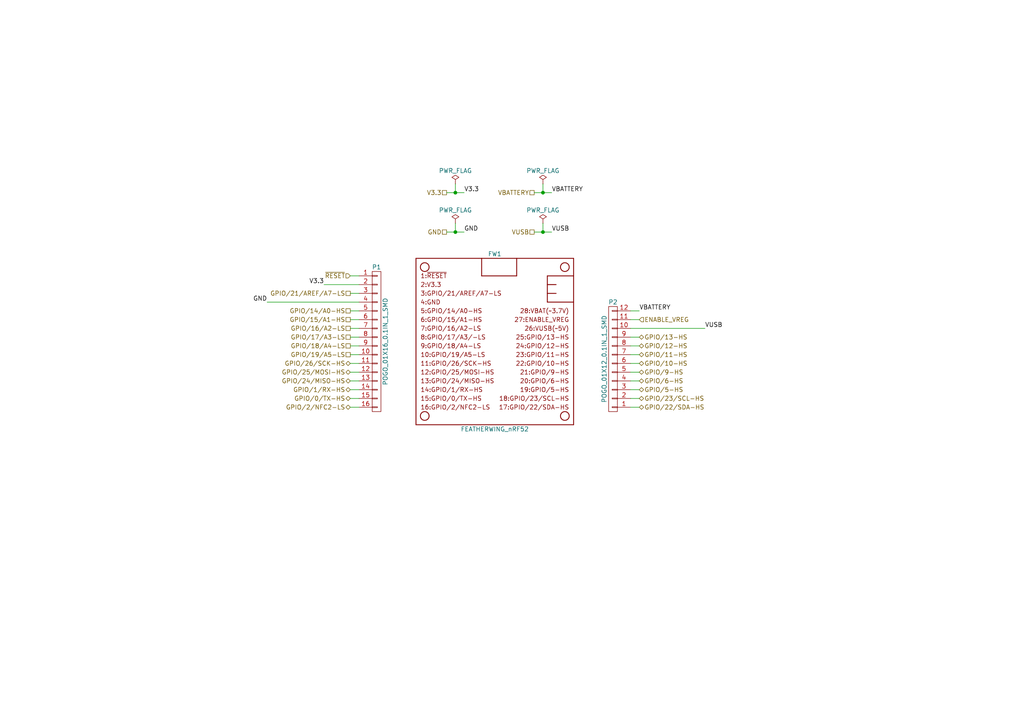
<source format=kicad_sch>
(kicad_sch (version 20211123) (generator eeschema)
  (paper "A4")
  (title_block (title "biym-board-featherwing") (date "2022-11-20") (rev "1.1") (company "Peter Polidoro"))
  (lib_symbols
    (symbol "Janelia:FEATHERWING_nRF52"
      (property "Reference" "FW" (at 20.32 25.4 0))
      (property "Value" "FEATHERWING_nRF52" (at 0 -25.4 0))
      (symbol "FEATHERWING_nRF52_0_0"
        (text "10:GPIO/19/A5-LS" (at -21.59 -3.81 0) (effects (font (size 1.27 1.27)) (justify left)))
        (text "11:GPIO/26/SCK-HS" (at -21.59 -6.35 0) (effects (font (size 1.27 1.27)) (justify left)))
        (text "12:GPIO/25/MOSI-HS" (at -21.59 -8.89 0) (effects (font (size 1.27 1.27)) (justify left)))
        (text "13:GPIO/24/MISO-HS" (at -21.59 -11.43 0) (effects (font (size 1.27 1.27)) (justify left)))
        (text "14:GPIO/1/RX-HS" (at -21.59 -13.97 0) (effects (font (size 1.27 1.27)) (justify left)))
        (text "15:GPIO/0/TX-HS" (at -21.59 -16.51 0) (effects (font (size 1.27 1.27)) (justify left)))
        (text "16:GPIO/2/NFC2-LS" (at -21.59 -19.05 0) (effects (font (size 1.27 1.27)) (justify left)))
        (text "17:GPIO/22/SDA-HS" (at 21.59 -19.05 0) (effects (font (size 1.27 1.27)) (justify right)))
        (text "18:GPIO/23/SCL-HS" (at 21.59 -16.51 0) (effects (font (size 1.27 1.27)) (justify right)))
        (text "19:GPIO/5-HS" (at 21.59 -13.97 0) (effects (font (size 1.27 1.27)) (justify right)))
        (text "1:~{RESET}" (at -21.59 19.05 0) (effects (font (size 1.27 1.27)) (justify left)))
        (text "20:GPIO/6-HS" (at 21.59 -11.43 0) (effects (font (size 1.27 1.27)) (justify right)))
        (text "21:GPIO/9-HS" (at 21.59 -8.89 0) (effects (font (size 1.27 1.27)) (justify right)))
        (text "22:GPIO/10-HS" (at 21.59 -6.35 0) (effects (font (size 1.27 1.27)) (justify right)))
        (text "23:GPIO/11-HS" (at 21.59 -3.81 0) (effects (font (size 1.27 1.27)) (justify right)))
        (text "24:GPIO/12-HS" (at 21.59 -1.27 0) (effects (font (size 1.27 1.27)) (justify right)))
        (text "25:GPIO/13-HS" (at 21.59 1.27 0) (effects (font (size 1.27 1.27)) (justify right)))
        (text "26:VUSB(~5V)" (at 21.59 3.81 0) (effects (font (size 1.27 1.27)) (justify right)))
        (text "27:ENABLE_VREG" (at 21.59 6.35 0) (effects (font (size 1.27 1.27)) (justify right)))
        (text "28:VBAT(~3.7V)" (at 21.59 8.89 0) (effects (font (size 1.27 1.27)) (justify right)))
        (text "2:V3.3" (at -21.59 16.51 0) (effects (font (size 1.27 1.27)) (justify left)))
        (text "3:GPIO/21/AREF/A7-LS" (at -21.59 13.97 0) (effects (font (size 1.27 1.27)) (justify left)))
        (text "4:GND" (at -21.59 11.43 0) (effects (font (size 1.27 1.27)) (justify left)))
        (text "5:GPIO/14/A0-HS" (at -21.59 8.89 0) (effects (font (size 1.27 1.27)) (justify left)))
        (text "6:GPIO/15/A1-HS" (at -21.59 6.35 0) (effects (font (size 1.27 1.27)) (justify left)))
        (text "7:GPIO/16/A2-LS" (at -21.59 3.81 0) (effects (font (size 1.27 1.27)) (justify left)))
        (text "8:GPIO/17/A3/-LS" (at -21.59 1.27 0) (effects (font (size 1.27 1.27)) (justify left)))
        (text "9:GPIO/18/A4-LS" (at -21.59 -1.27 0) (effects (font (size 1.27 1.27)) (justify left)))
      )
      (symbol "FEATHERWING_nRF52_1_0"
        (circle (center -20.32 -21.59) (radius 1.27) (stroke (width 0.254)))
        (circle (center -20.32 21.59) (radius 1.27) (stroke (width 0.254)))
        (polyline (pts (xy -22.86 -24.13) (xy 22.86 -24.13)) (stroke (width 0.254)))
        (polyline (pts (xy -22.86 24.13) (xy -22.86 -24.13)) (stroke (width 0.254)))
        (polyline (pts (xy -3.81 19.05) (xy -3.81 24.13)) (stroke (width 0.254)))
        (polyline (pts (xy -3.81 24.13) (xy -22.86 24.13)) (stroke (width 0.254)))
        (polyline (pts (xy 6.35 19.05) (xy -3.81 19.05)) (stroke (width 0.254)))
        (polyline (pts (xy 6.35 24.13) (xy -3.81 24.13)) (stroke (width 0.254)))
        (polyline (pts (xy 6.35 24.13) (xy 6.35 19.05)) (stroke (width 0.254)))
        (polyline (pts (xy 15.24 11.43) (xy 22.86 11.43)) (stroke (width 0.254)))
        (polyline (pts (xy 15.24 13.97) (xy 15.24 11.43)) (stroke (width 0.254)))
        (polyline (pts (xy 15.24 16.51) (xy 15.24 13.97)) (stroke (width 0.254)))
        (polyline (pts (xy 15.24 19.05) (xy 15.24 16.51)) (stroke (width 0.254)))
        (polyline (pts (xy 17.78 13.97) (xy 15.24 13.97)) (stroke (width 0.254)))
        (polyline (pts (xy 17.78 16.51) (xy 15.24 16.51)) (stroke (width 0.254)))
        (polyline (pts (xy 22.86 -24.13) (xy 22.86 11.43)) (stroke (width 0.254)))
        (polyline (pts (xy 22.86 11.43) (xy 22.86 19.05)) (stroke (width 0.254)))
        (polyline (pts (xy 22.86 19.05) (xy 15.24 19.05)) (stroke (width 0.254)))
        (polyline (pts (xy 22.86 19.05) (xy 22.86 24.13)) (stroke (width 0.254)))
        (polyline (pts (xy 22.86 24.13) (xy 6.35 24.13)) (stroke (width 0.254)))
        (circle (center 20.32 -21.59) (radius 1.27) (stroke (width 0.254)))
        (circle (center 20.32 21.59) (radius 1.27) (stroke (width 0.254)))
      )
    )
    (symbol "Janelia:POGO_01X12_0.1IN_1_SMD" (pin_names (offset 1.016) hide)
      (property "Reference" "P" (at 0 16.51 0))
      (property "Value" "POGO_01X12_0.1IN_1_SMD" (at 2.54 0 90))
      (symbol "POGO_01X12_0.1IN_1_SMD_0_1"
        (rectangle (start -1.27 -13.843) (end 0.254 -14.097))
        (rectangle (start -1.27 -11.303) (end 0.254 -11.557))
        (rectangle (start -1.27 -8.763) (end 0.254 -9.017))
        (rectangle (start -1.27 -6.223) (end 0.254 -6.477))
        (rectangle (start -1.27 -3.683) (end 0.254 -3.937))
        (rectangle (start -1.27 -1.143) (end 0.254 -1.397))
        (rectangle (start -1.27 1.397) (end 0.254 1.143))
        (rectangle (start -1.27 3.937) (end 0.254 3.683))
        (rectangle (start -1.27 6.477) (end 0.254 6.223))
        (rectangle (start -1.27 9.017) (end 0.254 8.763))
        (rectangle (start -1.27 11.557) (end 0.254 11.303))
        (rectangle (start -1.27 14.097) (end 0.254 13.843))
        (rectangle (start -1.27 15.24) (end 1.27 -15.24))
      )
      (symbol "POGO_01X12_0.1IN_1_SMD_1_1"
        (pin passive line (at -5.08 13.97 0) (length 3.81) (name "P1") (number "1"))
        (pin passive line (at -5.08 -8.89 0) (length 3.81) (name "P10") (number "10"))
        (pin passive line (at -5.08 -11.43 0) (length 3.81) (name "P11") (number "11"))
        (pin passive line (at -5.08 -13.97 0) (length 3.81) (name "P12") (number "12"))
        (pin passive line (at -5.08 11.43 0) (length 3.81) (name "P2") (number "2"))
        (pin passive line (at -5.08 8.89 0) (length 3.81) (name "P3") (number "3"))
        (pin passive line (at -5.08 6.35 0) (length 3.81) (name "P4") (number "4"))
        (pin passive line (at -5.08 3.81 0) (length 3.81) (name "P5") (number "5"))
        (pin passive line (at -5.08 1.27 0) (length 3.81) (name "P6") (number "6"))
        (pin passive line (at -5.08 -1.27 0) (length 3.81) (name "P7") (number "7"))
        (pin passive line (at -5.08 -3.81 0) (length 3.81) (name "P8") (number "8"))
        (pin passive line (at -5.08 -6.35 0) (length 3.81) (name "P9") (number "9"))
      )
    )
    (symbol "Janelia:POGO_01X16_0.1IN_1_SMD" (pin_names (offset 1.016) hide)
      (property "Reference" "P" (at 0 21.59 0))
      (property "Value" "POGO_01X16_0.1IN_1_SMD" (at 2.54 0 90))
      (symbol "POGO_01X16_0.1IN_1_SMD_0_1"
        (rectangle (start -1.27 -18.923) (end 0.254 -19.177))
        (rectangle (start -1.27 -16.383) (end 0.254 -16.637))
        (rectangle (start -1.27 -13.843) (end 0.254 -14.097))
        (rectangle (start -1.27 -11.303) (end 0.254 -11.557))
        (rectangle (start -1.27 -8.763) (end 0.254 -9.017))
        (rectangle (start -1.27 -6.223) (end 0.254 -6.477))
        (rectangle (start -1.27 -3.683) (end 0.254 -3.937))
        (rectangle (start -1.27 -1.143) (end 0.254 -1.397))
        (rectangle (start -1.27 1.397) (end 0.254 1.143))
        (rectangle (start -1.27 3.937) (end 0.254 3.683))
        (rectangle (start -1.27 6.477) (end 0.254 6.223))
        (rectangle (start -1.27 9.017) (end 0.254 8.763))
        (rectangle (start -1.27 11.557) (end 0.254 11.303))
        (rectangle (start -1.27 14.097) (end 0.254 13.843))
        (rectangle (start -1.27 16.637) (end 0.254 16.383))
        (rectangle (start -1.27 19.177) (end 0.254 18.923))
        (rectangle (start -1.27 20.32) (end 1.27 -20.32))
      )
      (symbol "POGO_01X16_0.1IN_1_SMD_1_1"
        (pin passive line (at -5.08 19.05 0) (length 3.81) (name "P1") (number "1"))
        (pin passive line (at -5.08 -3.81 0) (length 3.81) (name "P10") (number "10"))
        (pin passive line (at -5.08 -6.35 0) (length 3.81) (name "P11") (number "11"))
        (pin passive line (at -5.08 -8.89 0) (length 3.81) (name "P12") (number "12"))
        (pin passive line (at -5.08 -11.43 0) (length 3.81) (name "P13") (number "13"))
        (pin passive line (at -5.08 -13.97 0) (length 3.81) (name "P14") (number "14"))
        (pin passive line (at -5.08 -16.51 0) (length 3.81) (name "P15") (number "15"))
        (pin passive line (at -5.08 -19.05 0) (length 3.81) (name "P16") (number "16"))
        (pin passive line (at -5.08 16.51 0) (length 3.81) (name "P2") (number "2"))
        (pin passive line (at -5.08 13.97 0) (length 3.81) (name "P3") (number "3"))
        (pin passive line (at -5.08 11.43 0) (length 3.81) (name "P4") (number "4"))
        (pin passive line (at -5.08 8.89 0) (length 3.81) (name "P5") (number "5"))
        (pin passive line (at -5.08 6.35 0) (length 3.81) (name "P6") (number "6"))
        (pin passive line (at -5.08 3.81 0) (length 3.81) (name "P7") (number "7"))
        (pin passive line (at -5.08 1.27 0) (length 3.81) (name "P8") (number "8"))
        (pin passive line (at -5.08 -1.27 0) (length 3.81) (name "P9") (number "9"))
      )
    )
    (symbol "power:PWR_FLAG" (power) (pin_numbers hide) (pin_names (offset 0) hide)
      (property "Value" "PWR_FLAG" (at 0 3.81 0))
      (symbol "PWR_FLAG_0_0"
        (pin power_out line (at 0 0 90) (length 0) (name "pwr") (number "1"))
      )
      (symbol "PWR_FLAG_0_1"
        (polyline (pts (xy 0 0) (xy 0 1.27) (xy -1.016 1.905) (xy 0 2.54) (xy 1.016 1.905) (xy 0 1.27)))
      )
    )
  )
  (junction (at 132.08 67.31))
  (junction (at 157.48 67.31))
  (junction (at 132.08 55.88))
  (junction (at 157.48 55.88))
  (wire (pts (xy 157.48 64.77) (xy 157.48 67.31)))
  (wire (pts (xy 129.54 67.31) (xy 132.08 67.31)))
  (wire (pts (xy 101.6 80.01) (xy 104.14 80.01)))
  (wire (pts (xy 132.08 67.31) (xy 134.62 67.31)))
  (wire (pts (xy 132.08 64.77) (xy 132.08 67.31)))
  (wire (pts (xy 101.6 107.95) (xy 104.14 107.95)))
  (wire (pts (xy 182.88 115.57) (xy 185.42 115.57)))
  (wire (pts (xy 101.6 97.79) (xy 104.14 97.79)))
  (wire (pts (xy 101.6 113.03) (xy 104.14 113.03)))
  (wire (pts (xy 77.47 87.63) (xy 104.14 87.63)))
  (wire (pts (xy 182.88 102.87) (xy 185.42 102.87)))
  (wire (pts (xy 154.94 67.31) (xy 157.48 67.31)))
  (wire (pts (xy 157.48 67.31) (xy 160.02 67.31)))
  (wire (pts (xy 132.08 55.88) (xy 134.62 55.88)))
  (wire (pts (xy 182.88 110.49) (xy 185.42 110.49)))
  (wire (pts (xy 101.6 102.87) (xy 104.14 102.87)))
  (wire (pts (xy 101.6 105.41) (xy 104.14 105.41)))
  (wire (pts (xy 101.6 100.33) (xy 104.14 100.33)))
  (wire (pts (xy 182.88 100.33) (xy 185.42 100.33)))
  (wire (pts (xy 182.88 113.03) (xy 185.42 113.03)))
  (wire (pts (xy 101.6 110.49) (xy 104.14 110.49)))
  (wire (pts (xy 129.54 55.88) (xy 132.08 55.88)))
  (wire (pts (xy 101.6 85.09) (xy 104.14 85.09)))
  (wire (pts (xy 101.6 115.57) (xy 104.14 115.57)))
  (wire (pts (xy 182.88 97.79) (xy 185.42 97.79)))
  (wire (pts (xy 132.08 53.34) (xy 132.08 55.88)))
  (wire (pts (xy 101.6 90.17) (xy 104.14 90.17)))
  (wire (pts (xy 182.88 92.71) (xy 185.42 92.71)))
  (wire (pts (xy 157.48 55.88) (xy 160.02 55.88)))
  (wire (pts (xy 101.6 92.71) (xy 104.14 92.71)))
  (wire (pts (xy 157.48 53.34) (xy 157.48 55.88)))
  (wire (pts (xy 182.88 90.17) (xy 185.42 90.17)))
  (wire (pts (xy 182.88 105.41) (xy 185.42 105.41)))
  (wire (pts (xy 182.88 107.95) (xy 185.42 107.95)))
  (wire (pts (xy 182.88 95.25) (xy 204.47 95.25)))
  (wire (pts (xy 182.88 118.11) (xy 185.42 118.11)))
  (wire (pts (xy 101.6 95.25) (xy 104.14 95.25)))
  (wire (pts (xy 154.94 55.88) (xy 157.48 55.88)))
  (wire (pts (xy 93.98 82.55) (xy 104.14 82.55)))
  (wire (pts (xy 101.6 118.11) (xy 104.14 118.11)))
  (label "GND" (at 134.62 67.31 0))
  (label "GND" (at 77.47 87.63 180))
  (label "VUSB" (at 160.02 67.31 0))
  (label "VBATTERY" (at 185.42 90.17 0))
  (label "VUSB" (at 204.47 95.25 0))
  (label "V3.3" (at 134.62 55.88 0))
  (label "VBATTERY" (at 160.02 55.88 0))
  (label "V3.3" (at 93.98 82.55 180))
  (hierarchical_label "GPIO{slash}19{slash}A5-LS" (shape passive) (at 101.6 102.87 180))
  (hierarchical_label "GPIO{slash}22{slash}SDA-HS" (shape bidirectional) (at 185.42 118.11 0))
  (hierarchical_label "GPIO{slash}21{slash}AREF{slash}A7-LS" (shape passive) (at 101.6 85.09 180))
  (hierarchical_label "GPIO{slash}9-HS" (shape bidirectional) (at 185.42 107.95 0))
  (hierarchical_label "GPIO{slash}5-HS" (shape bidirectional) (at 185.42 113.03 0))
  (hierarchical_label "GPIO{slash}23{slash}SCL-HS" (shape bidirectional) (at 185.42 115.57 0))
  (hierarchical_label "V3.3" (shape passive) (at 129.54 55.88 180))
  (hierarchical_label "~{RESET}" (shape input) (at 101.6 80.01 180))
  (hierarchical_label "GPIO{slash}11-HS" (shape bidirectional) (at 185.42 102.87 0))
  (hierarchical_label "GPIO{slash}0{slash}TX-HS" (shape bidirectional) (at 101.6 115.57 180))
  (hierarchical_label "GPIO{slash}26{slash}SCK-HS" (shape bidirectional) (at 101.6 105.41 180))
  (hierarchical_label "GPIO{slash}17{slash}A3-LS" (shape passive) (at 101.6 97.79 180))
  (hierarchical_label "GPIO{slash}10-HS" (shape bidirectional) (at 185.42 105.41 0))
  (hierarchical_label "GPIO{slash}13-HS" (shape bidirectional) (at 185.42 97.79 0))
  (hierarchical_label "GPIO{slash}1{slash}RX-HS" (shape bidirectional) (at 101.6 113.03 180))
  (hierarchical_label "GND" (shape passive) (at 129.54 67.31 180))
  (hierarchical_label "ENABLE_VREG" (shape input) (at 185.42 92.71 0))
  (hierarchical_label "GPIO{slash}2{slash}NFC2-LS" (shape bidirectional) (at 101.6 118.11 180))
  (hierarchical_label "GPIO{slash}6-HS" (shape bidirectional) (at 185.42 110.49 0))
  (hierarchical_label "GPIO{slash}18{slash}A4-LS" (shape passive) (at 101.6 100.33 180))
  (hierarchical_label "VUSB" (shape passive) (at 154.94 67.31 180))
  (hierarchical_label "GPIO{slash}14{slash}A0-HS" (shape passive) (at 101.6 90.17 180))
  (hierarchical_label "GPIO{slash}15{slash}A1-HS" (shape passive) (at 101.6 92.71 180))
  (hierarchical_label "GPIO{slash}16{slash}A2-LS" (shape passive) (at 101.6 95.25 180))
  (hierarchical_label "GPIO{slash}24{slash}MISO-HS" (shape bidirectional) (at 101.6 110.49 180))
  (hierarchical_label "VBATTERY" (shape passive) (at 154.94 55.88 180))
  (hierarchical_label "GPIO{slash}12-HS" (shape bidirectional) (at 185.42 100.33 0))
  (hierarchical_label "GPIO{slash}25{slash}MOSI-HS" (shape bidirectional) (at 101.6 107.95 180))
  (symbol (lib_id "power:PWR_FLAG") (at 132.08 53.34 0) (unit 1)
    (property "Reference" "#FLG0101" (effects hide))
    (property "Value" "PWR_FLAG" (at 132.08 49.53 0))
  )
  (symbol (lib_id "power:PWR_FLAG") (at 157.48 64.77 0) (unit 1)
    (property "Reference" "#FLG0103" (effects hide))
    (property "Value" "PWR_FLAG" (at 157.48 60.96 0))
  )
  (symbol (lib_id "Janelia:FEATHERWING_nRF52") (at 143.51 99.06 0) (unit 1)
    (property "Reference" "FW1" (at 143.51 73.66 0))
    (property "Value" "FEATHERWING_nRF52" (at 143.51 124.46 0))
    (property "Footprint" "Janelia:FEATHERWING" (effects hide))
  )
  (symbol (lib_id "Janelia:POGO_01X16_0.1IN_1_SMD") (at 109.22 99.06 0) (unit 1)
    (property "Reference" "P1" (at 109.22 77.47 0))
    (property "Value" "POGO_01X16_0.1IN_1_SMD" (at 111.76 99.06 90))
    (property "Footprint" "Janelia:POGO_01x16_0.1in_SMD" (effects hide))
    (property "Vendor" "Digi-Key" (effects hide))
    (property "Vendor Part Number" "ED8111-16-ND" (effects hide))
    (property "Description" "16 Position Spring Piston Connector Surface Mount" (effects hide))
    (property "Manufacturer" "Mill-Max Manufacturing Corp." (effects hide))
    (property "Manufacturer Part Number" "811-22-016-30-001101" (effects hide))
  )
  (symbol (lib_id "power:PWR_FLAG") (at 157.48 53.34 0) (unit 1)
    (property "Reference" "#FLG0104" (effects hide))
    (property "Value" "PWR_FLAG" (at 157.48 49.53 0))
  )
  (symbol (lib_id "Janelia:POGO_01X12_0.1IN_1_SMD") (at 177.8 104.14 180) (unit 1)
    (property "Reference" "P2" (at 177.8 87.63 0))
    (property "Value" "POGO_01X12_0.1IN_1_SMD" (at 175.26 104.14 90))
    (property "Footprint" "Janelia:POGO_01x12_0.1in_SMD" (effects hide))
    (property "Vendor" "Digi-Key" (effects hide))
    (property "Vendor Part Number" "ED8111-12-ND" (effects hide))
    (property "Description" "CONN SPRING PISTON 12POS SMD" (effects hide))
    (property "Manufacturer" "Mill-Max Manufacturing Corp." (effects hide))
    (property "Manufacturer Part Number" "811-22-012-30-001101" (effects hide))
  )
  (symbol (lib_id "power:PWR_FLAG") (at 132.08 64.77 0) (unit 1)
    (property "Reference" "#FLG0102" (effects hide))
    (property "Value" "PWR_FLAG" (at 132.08 60.96 0))
  )
)
</source>
